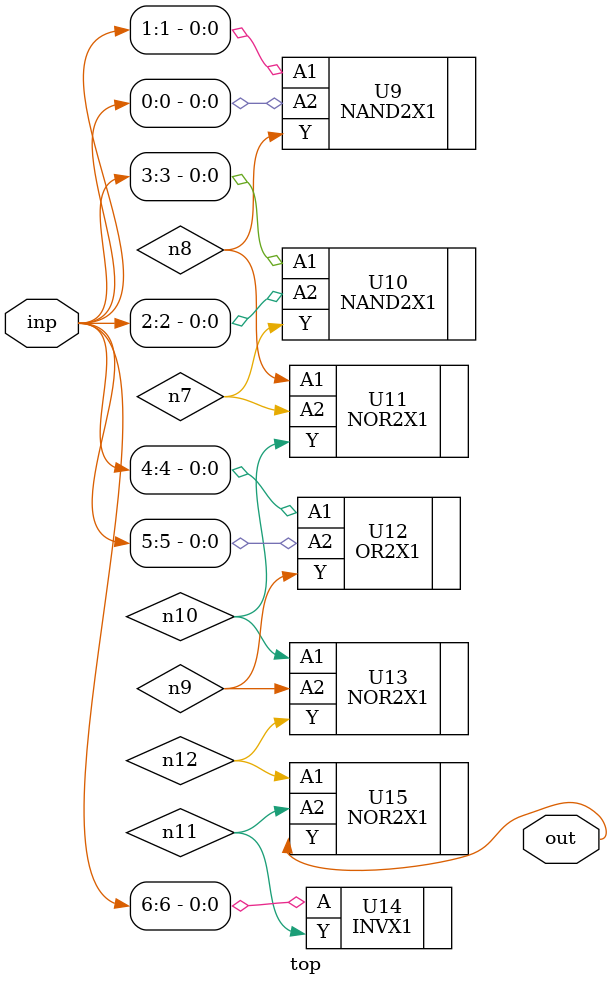
<source format=sv>


module top ( inp, out );
  input [6:0] inp;
  output out;
  wire   n7, n8, n9, n10, n11, n12;

  NAND2X1 U9 ( .A1(inp[1]), .A2(inp[0]), .Y(n8) );
  NAND2X1 U10 ( .A1(inp[3]), .A2(inp[2]), .Y(n7) );
  NOR2X1 U11 ( .A1(n8), .A2(n7), .Y(n10) );
  OR2X1 U12 ( .A1(inp[4]), .A2(inp[5]), .Y(n9) );
  NOR2X1 U13 ( .A1(n10), .A2(n9), .Y(n12) );
  INVX1 U14 ( .A(inp[6]), .Y(n11) );
  NOR2X1 U15 ( .A1(n12), .A2(n11), .Y(out) );
endmodule


</source>
